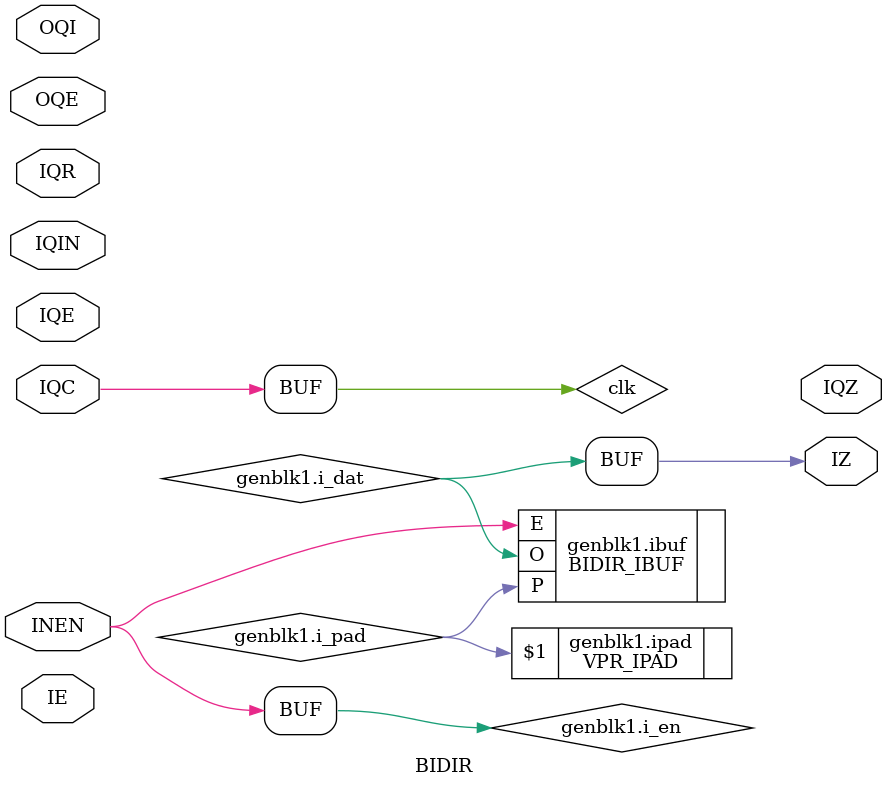
<source format=v>
`include "../vpr_pad/vpr_ipad.sim.v"
`include "../vpr_pad/vpr_opad.sim.v"
`include "./bidir_ibuf.sim.v"
`include "./bidir_obuf.sim.v"

(* MODES="INPUT;OUTPUT;INOUT" *)
module BIDIR(
    input  wire IE,
    input  wire IQC,
    input  wire OQI,
    input  wire OQE,
    input  wire IQE,
    input  wire IQR,
    input  wire INEN,
    input  wire IQIN,
    output wire IZ,
    output wire IQZ
);

    parameter MODE = "INPUT";

    // TODO: Clock inverter
    wire clk = IQC;
//    INV clk_inv(IQC, clk);

    // Input or inout mode
    generate if (MODE == "INPUT" || MODE == "INOUT") begin
        (* pack="IPAD_TO_IBUF" *)
        wire i_pad;
        wire i_dat;
        wire i_en;

        // The PAD
        (* keep *)
        VPR_IPAD ipad(i_pad);

        // The IBUF
        (* keep *)
        BIDIR_IBUF ibuf(
        .P  (i_pad),
        .O  (i_dat),
        .E  (i_en)
        );

        assign IZ   = i_dat;
        assign i_en = INEN;

        // TODO: Add FF here

    end endgenerate

    // Output or inout mode
    generate if (MODE == "OUTPUT" || MODE == "OUTPUT") begin
        (* pack="OBUF_TO_OPAD" *)
        wire o_pad;
        wire o_dat;
        wire o_en;

        // TODO: Add FFs and routing MUXes here
        assign o_en  = IE;
        assign o_dat = OQI;

        // The OBUF
        (* keep *)
        BIDIR_OBUF obuf(
        .P  (o_pad),
        .I  (o_dat),
        .E  (o_en)
        );

        // the PAD
        (* keep *)
        VPR_OPAD opad(o_pad);

    end endgenerate

endmodule

</source>
